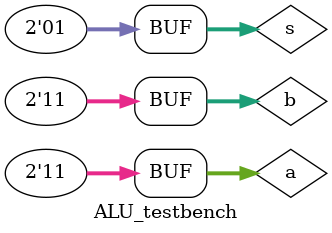
<source format=sv>
module ALU_testbench();
	
	logic [1:0] a, b, s, y;
	logic c,z,n,o;
	
	
	ALU dut(a, b, s, y, c, z, n,o);
	
	initial begin
	
	a=00;
	b=00;
	s=01;
	#40
	
	a=00;
	b=01;
	s=01;
	#40
	
	a=00;
	b=10;
	s=01;
	#40
	
	a=00;
	b=11;
	s=01;
	#40
	//---------------------------
	a=01;
	b=00;
	s=01;
	#40
	
	a=01;
	b=01;
	s=01;
	#40
	
	a=01;
	b=10;
	s=01;
	#40
	
	a=01;
	b=11;
	s=01;
	#40
	//---------------------------
	a=10;
	b=00;
	s=01;
	#40
	
	a=10;
	b=01;
	s=01;
	#40
	
	a=10;
	b=10;
	s=01;
	#40
	
	a=10;
	b=11;
	s=01;
	#40
	//---------------------------
	a=11;
	b=00;
	s=01;
	#40
	
	a=11;
	b=01;
	s=01;
	#40
	
	a=11;
	b=10;
	s=01;
	#40
	
	a=11;
	b=11;
	s=01;
	#40
	
	a=11;
	b=11;
	s=01;
	
	
	
	
	end
	
endmodule

</source>
